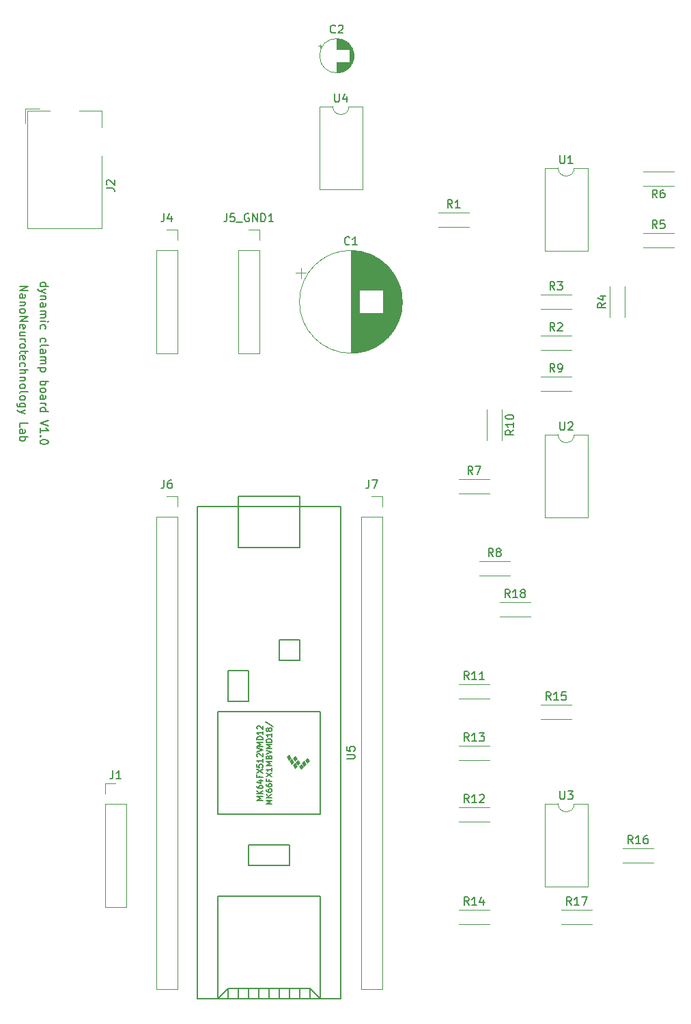
<source format=gbr>
%TF.GenerationSoftware,KiCad,Pcbnew,(5.1.10)-1*%
%TF.CreationDate,2021-10-06T15:46:29-04:00*%
%TF.ProjectId,dynamic clamp pcb,64796e61-6d69-4632-9063-6c616d702070,rev?*%
%TF.SameCoordinates,Original*%
%TF.FileFunction,Legend,Top*%
%TF.FilePolarity,Positive*%
%FSLAX46Y46*%
G04 Gerber Fmt 4.6, Leading zero omitted, Abs format (unit mm)*
G04 Created by KiCad (PCBNEW (5.1.10)-1) date 2021-10-06 15:46:29*
%MOMM*%
%LPD*%
G01*
G04 APERTURE LIST*
%ADD10C,0.150000*%
%ADD11C,0.120000*%
%ADD12C,0.100000*%
G04 APERTURE END LIST*
D10*
X42727619Y-56492380D02*
X43727619Y-56492380D01*
X42727619Y-57063809D01*
X43727619Y-57063809D01*
X42727619Y-57968571D02*
X43251428Y-57968571D01*
X43346666Y-57920952D01*
X43394285Y-57825714D01*
X43394285Y-57635238D01*
X43346666Y-57540000D01*
X42775238Y-57968571D02*
X42727619Y-57873333D01*
X42727619Y-57635238D01*
X42775238Y-57540000D01*
X42870476Y-57492380D01*
X42965714Y-57492380D01*
X43060952Y-57540000D01*
X43108571Y-57635238D01*
X43108571Y-57873333D01*
X43156190Y-57968571D01*
X43394285Y-58444761D02*
X42727619Y-58444761D01*
X43299047Y-58444761D02*
X43346666Y-58492380D01*
X43394285Y-58587619D01*
X43394285Y-58730476D01*
X43346666Y-58825714D01*
X43251428Y-58873333D01*
X42727619Y-58873333D01*
X42727619Y-59492380D02*
X42775238Y-59397142D01*
X42822857Y-59349523D01*
X42918095Y-59301904D01*
X43203809Y-59301904D01*
X43299047Y-59349523D01*
X43346666Y-59397142D01*
X43394285Y-59492380D01*
X43394285Y-59635238D01*
X43346666Y-59730476D01*
X43299047Y-59778095D01*
X43203809Y-59825714D01*
X42918095Y-59825714D01*
X42822857Y-59778095D01*
X42775238Y-59730476D01*
X42727619Y-59635238D01*
X42727619Y-59492380D01*
X42727619Y-60254285D02*
X43727619Y-60254285D01*
X42727619Y-60825714D01*
X43727619Y-60825714D01*
X42775238Y-61682857D02*
X42727619Y-61587619D01*
X42727619Y-61397142D01*
X42775238Y-61301904D01*
X42870476Y-61254285D01*
X43251428Y-61254285D01*
X43346666Y-61301904D01*
X43394285Y-61397142D01*
X43394285Y-61587619D01*
X43346666Y-61682857D01*
X43251428Y-61730476D01*
X43156190Y-61730476D01*
X43060952Y-61254285D01*
X43394285Y-62587619D02*
X42727619Y-62587619D01*
X43394285Y-62159047D02*
X42870476Y-62159047D01*
X42775238Y-62206666D01*
X42727619Y-62301904D01*
X42727619Y-62444761D01*
X42775238Y-62540000D01*
X42822857Y-62587619D01*
X42727619Y-63063809D02*
X43394285Y-63063809D01*
X43203809Y-63063809D02*
X43299047Y-63111428D01*
X43346666Y-63159047D01*
X43394285Y-63254285D01*
X43394285Y-63349523D01*
X42727619Y-63825714D02*
X42775238Y-63730476D01*
X42822857Y-63682857D01*
X42918095Y-63635238D01*
X43203809Y-63635238D01*
X43299047Y-63682857D01*
X43346666Y-63730476D01*
X43394285Y-63825714D01*
X43394285Y-63968571D01*
X43346666Y-64063809D01*
X43299047Y-64111428D01*
X43203809Y-64159047D01*
X42918095Y-64159047D01*
X42822857Y-64111428D01*
X42775238Y-64063809D01*
X42727619Y-63968571D01*
X42727619Y-63825714D01*
X43394285Y-64444761D02*
X43394285Y-64825714D01*
X43727619Y-64587619D02*
X42870476Y-64587619D01*
X42775238Y-64635238D01*
X42727619Y-64730476D01*
X42727619Y-64825714D01*
X42775238Y-65540000D02*
X42727619Y-65444761D01*
X42727619Y-65254285D01*
X42775238Y-65159047D01*
X42870476Y-65111428D01*
X43251428Y-65111428D01*
X43346666Y-65159047D01*
X43394285Y-65254285D01*
X43394285Y-65444761D01*
X43346666Y-65540000D01*
X43251428Y-65587619D01*
X43156190Y-65587619D01*
X43060952Y-65111428D01*
X42775238Y-66444761D02*
X42727619Y-66349523D01*
X42727619Y-66159047D01*
X42775238Y-66063809D01*
X42822857Y-66016190D01*
X42918095Y-65968571D01*
X43203809Y-65968571D01*
X43299047Y-66016190D01*
X43346666Y-66063809D01*
X43394285Y-66159047D01*
X43394285Y-66349523D01*
X43346666Y-66444761D01*
X42727619Y-66873333D02*
X43727619Y-66873333D01*
X42727619Y-67301904D02*
X43251428Y-67301904D01*
X43346666Y-67254285D01*
X43394285Y-67159047D01*
X43394285Y-67016190D01*
X43346666Y-66920952D01*
X43299047Y-66873333D01*
X43394285Y-67778095D02*
X42727619Y-67778095D01*
X43299047Y-67778095D02*
X43346666Y-67825714D01*
X43394285Y-67920952D01*
X43394285Y-68063809D01*
X43346666Y-68159047D01*
X43251428Y-68206666D01*
X42727619Y-68206666D01*
X42727619Y-68825714D02*
X42775238Y-68730476D01*
X42822857Y-68682857D01*
X42918095Y-68635238D01*
X43203809Y-68635238D01*
X43299047Y-68682857D01*
X43346666Y-68730476D01*
X43394285Y-68825714D01*
X43394285Y-68968571D01*
X43346666Y-69063809D01*
X43299047Y-69111428D01*
X43203809Y-69159047D01*
X42918095Y-69159047D01*
X42822857Y-69111428D01*
X42775238Y-69063809D01*
X42727619Y-68968571D01*
X42727619Y-68825714D01*
X42727619Y-69730476D02*
X42775238Y-69635238D01*
X42870476Y-69587619D01*
X43727619Y-69587619D01*
X42727619Y-70254285D02*
X42775238Y-70159047D01*
X42822857Y-70111428D01*
X42918095Y-70063809D01*
X43203809Y-70063809D01*
X43299047Y-70111428D01*
X43346666Y-70159047D01*
X43394285Y-70254285D01*
X43394285Y-70397142D01*
X43346666Y-70492380D01*
X43299047Y-70540000D01*
X43203809Y-70587619D01*
X42918095Y-70587619D01*
X42822857Y-70540000D01*
X42775238Y-70492380D01*
X42727619Y-70397142D01*
X42727619Y-70254285D01*
X43394285Y-71444761D02*
X42584761Y-71444761D01*
X42489523Y-71397142D01*
X42441904Y-71349523D01*
X42394285Y-71254285D01*
X42394285Y-71111428D01*
X42441904Y-71016190D01*
X42775238Y-71444761D02*
X42727619Y-71349523D01*
X42727619Y-71159047D01*
X42775238Y-71063809D01*
X42822857Y-71016190D01*
X42918095Y-70968571D01*
X43203809Y-70968571D01*
X43299047Y-71016190D01*
X43346666Y-71063809D01*
X43394285Y-71159047D01*
X43394285Y-71349523D01*
X43346666Y-71444761D01*
X43394285Y-71825714D02*
X42727619Y-72063809D01*
X43394285Y-72301904D02*
X42727619Y-72063809D01*
X42489523Y-71968571D01*
X42441904Y-71920952D01*
X42394285Y-71825714D01*
X42727619Y-73920952D02*
X42727619Y-73444761D01*
X43727619Y-73444761D01*
X42727619Y-74682857D02*
X43251428Y-74682857D01*
X43346666Y-74635238D01*
X43394285Y-74540000D01*
X43394285Y-74349523D01*
X43346666Y-74254285D01*
X42775238Y-74682857D02*
X42727619Y-74587619D01*
X42727619Y-74349523D01*
X42775238Y-74254285D01*
X42870476Y-74206666D01*
X42965714Y-74206666D01*
X43060952Y-74254285D01*
X43108571Y-74349523D01*
X43108571Y-74587619D01*
X43156190Y-74682857D01*
X42727619Y-75159047D02*
X43727619Y-75159047D01*
X43346666Y-75159047D02*
X43394285Y-75254285D01*
X43394285Y-75444761D01*
X43346666Y-75540000D01*
X43299047Y-75587619D01*
X43203809Y-75635238D01*
X42918095Y-75635238D01*
X42822857Y-75587619D01*
X42775238Y-75540000D01*
X42727619Y-75444761D01*
X42727619Y-75254285D01*
X42775238Y-75159047D01*
X45267619Y-56492380D02*
X46267619Y-56492380D01*
X45315238Y-56492380D02*
X45267619Y-56397142D01*
X45267619Y-56206666D01*
X45315238Y-56111428D01*
X45362857Y-56063809D01*
X45458095Y-56016190D01*
X45743809Y-56016190D01*
X45839047Y-56063809D01*
X45886666Y-56111428D01*
X45934285Y-56206666D01*
X45934285Y-56397142D01*
X45886666Y-56492380D01*
X45934285Y-56873333D02*
X45267619Y-57111428D01*
X45934285Y-57349523D02*
X45267619Y-57111428D01*
X45029523Y-57016190D01*
X44981904Y-56968571D01*
X44934285Y-56873333D01*
X45934285Y-57730476D02*
X45267619Y-57730476D01*
X45839047Y-57730476D02*
X45886666Y-57778095D01*
X45934285Y-57873333D01*
X45934285Y-58016190D01*
X45886666Y-58111428D01*
X45791428Y-58159047D01*
X45267619Y-58159047D01*
X45267619Y-59063809D02*
X45791428Y-59063809D01*
X45886666Y-59016190D01*
X45934285Y-58920952D01*
X45934285Y-58730476D01*
X45886666Y-58635238D01*
X45315238Y-59063809D02*
X45267619Y-58968571D01*
X45267619Y-58730476D01*
X45315238Y-58635238D01*
X45410476Y-58587619D01*
X45505714Y-58587619D01*
X45600952Y-58635238D01*
X45648571Y-58730476D01*
X45648571Y-58968571D01*
X45696190Y-59063809D01*
X45267619Y-59540000D02*
X45934285Y-59540000D01*
X45839047Y-59540000D02*
X45886666Y-59587619D01*
X45934285Y-59682857D01*
X45934285Y-59825714D01*
X45886666Y-59920952D01*
X45791428Y-59968571D01*
X45267619Y-59968571D01*
X45791428Y-59968571D02*
X45886666Y-60016190D01*
X45934285Y-60111428D01*
X45934285Y-60254285D01*
X45886666Y-60349523D01*
X45791428Y-60397142D01*
X45267619Y-60397142D01*
X45267619Y-60873333D02*
X45934285Y-60873333D01*
X46267619Y-60873333D02*
X46220000Y-60825714D01*
X46172380Y-60873333D01*
X46220000Y-60920952D01*
X46267619Y-60873333D01*
X46172380Y-60873333D01*
X45315238Y-61778095D02*
X45267619Y-61682857D01*
X45267619Y-61492380D01*
X45315238Y-61397142D01*
X45362857Y-61349523D01*
X45458095Y-61301904D01*
X45743809Y-61301904D01*
X45839047Y-61349523D01*
X45886666Y-61397142D01*
X45934285Y-61492380D01*
X45934285Y-61682857D01*
X45886666Y-61778095D01*
X45315238Y-63397142D02*
X45267619Y-63301904D01*
X45267619Y-63111428D01*
X45315238Y-63016190D01*
X45362857Y-62968571D01*
X45458095Y-62920952D01*
X45743809Y-62920952D01*
X45839047Y-62968571D01*
X45886666Y-63016190D01*
X45934285Y-63111428D01*
X45934285Y-63301904D01*
X45886666Y-63397142D01*
X45267619Y-63968571D02*
X45315238Y-63873333D01*
X45410476Y-63825714D01*
X46267619Y-63825714D01*
X45267619Y-64778095D02*
X45791428Y-64778095D01*
X45886666Y-64730476D01*
X45934285Y-64635238D01*
X45934285Y-64444761D01*
X45886666Y-64349523D01*
X45315238Y-64778095D02*
X45267619Y-64682857D01*
X45267619Y-64444761D01*
X45315238Y-64349523D01*
X45410476Y-64301904D01*
X45505714Y-64301904D01*
X45600952Y-64349523D01*
X45648571Y-64444761D01*
X45648571Y-64682857D01*
X45696190Y-64778095D01*
X45267619Y-65254285D02*
X45934285Y-65254285D01*
X45839047Y-65254285D02*
X45886666Y-65301904D01*
X45934285Y-65397142D01*
X45934285Y-65540000D01*
X45886666Y-65635238D01*
X45791428Y-65682857D01*
X45267619Y-65682857D01*
X45791428Y-65682857D02*
X45886666Y-65730476D01*
X45934285Y-65825714D01*
X45934285Y-65968571D01*
X45886666Y-66063809D01*
X45791428Y-66111428D01*
X45267619Y-66111428D01*
X45934285Y-66587619D02*
X44934285Y-66587619D01*
X45886666Y-66587619D02*
X45934285Y-66682857D01*
X45934285Y-66873333D01*
X45886666Y-66968571D01*
X45839047Y-67016190D01*
X45743809Y-67063809D01*
X45458095Y-67063809D01*
X45362857Y-67016190D01*
X45315238Y-66968571D01*
X45267619Y-66873333D01*
X45267619Y-66682857D01*
X45315238Y-66587619D01*
X45267619Y-68254285D02*
X46267619Y-68254285D01*
X45886666Y-68254285D02*
X45934285Y-68349523D01*
X45934285Y-68540000D01*
X45886666Y-68635238D01*
X45839047Y-68682857D01*
X45743809Y-68730476D01*
X45458095Y-68730476D01*
X45362857Y-68682857D01*
X45315238Y-68635238D01*
X45267619Y-68540000D01*
X45267619Y-68349523D01*
X45315238Y-68254285D01*
X45267619Y-69301904D02*
X45315238Y-69206666D01*
X45362857Y-69159047D01*
X45458095Y-69111428D01*
X45743809Y-69111428D01*
X45839047Y-69159047D01*
X45886666Y-69206666D01*
X45934285Y-69301904D01*
X45934285Y-69444761D01*
X45886666Y-69540000D01*
X45839047Y-69587619D01*
X45743809Y-69635238D01*
X45458095Y-69635238D01*
X45362857Y-69587619D01*
X45315238Y-69540000D01*
X45267619Y-69444761D01*
X45267619Y-69301904D01*
X45267619Y-70492380D02*
X45791428Y-70492380D01*
X45886666Y-70444761D01*
X45934285Y-70349523D01*
X45934285Y-70159047D01*
X45886666Y-70063809D01*
X45315238Y-70492380D02*
X45267619Y-70397142D01*
X45267619Y-70159047D01*
X45315238Y-70063809D01*
X45410476Y-70016190D01*
X45505714Y-70016190D01*
X45600952Y-70063809D01*
X45648571Y-70159047D01*
X45648571Y-70397142D01*
X45696190Y-70492380D01*
X45267619Y-70968571D02*
X45934285Y-70968571D01*
X45743809Y-70968571D02*
X45839047Y-71016190D01*
X45886666Y-71063809D01*
X45934285Y-71159047D01*
X45934285Y-71254285D01*
X45267619Y-72016190D02*
X46267619Y-72016190D01*
X45315238Y-72016190D02*
X45267619Y-71920952D01*
X45267619Y-71730476D01*
X45315238Y-71635238D01*
X45362857Y-71587619D01*
X45458095Y-71540000D01*
X45743809Y-71540000D01*
X45839047Y-71587619D01*
X45886666Y-71635238D01*
X45934285Y-71730476D01*
X45934285Y-71920952D01*
X45886666Y-72016190D01*
X46267619Y-73111428D02*
X45267619Y-73444761D01*
X46267619Y-73778095D01*
X45267619Y-74635238D02*
X45267619Y-74063809D01*
X45267619Y-74349523D02*
X46267619Y-74349523D01*
X46124761Y-74254285D01*
X46029523Y-74159047D01*
X45981904Y-74063809D01*
X45362857Y-75063809D02*
X45315238Y-75111428D01*
X45267619Y-75063809D01*
X45315238Y-75016190D01*
X45362857Y-75063809D01*
X45267619Y-75063809D01*
X46267619Y-75730476D02*
X46267619Y-75825714D01*
X46220000Y-75920952D01*
X46172380Y-75968571D01*
X46077142Y-76016190D01*
X45886666Y-76063809D01*
X45648571Y-76063809D01*
X45458095Y-76016190D01*
X45362857Y-75968571D01*
X45315238Y-75920952D01*
X45267619Y-75825714D01*
X45267619Y-75730476D01*
X45315238Y-75635238D01*
X45362857Y-75587619D01*
X45458095Y-75540000D01*
X45648571Y-75492380D01*
X45886666Y-75492380D01*
X46077142Y-75540000D01*
X46172380Y-75587619D01*
X46220000Y-75635238D01*
X46267619Y-75730476D01*
D11*
%TO.C,J2*%
X43420000Y-34520000D02*
X45160000Y-34520000D01*
X43420000Y-36260000D02*
X43420000Y-34520000D01*
X52860000Y-34760000D02*
X52860000Y-36760000D01*
X50060000Y-34760000D02*
X52860000Y-34760000D01*
X43660000Y-34760000D02*
X46460000Y-34760000D01*
X43660000Y-49360000D02*
X43660000Y-34760000D01*
X52860000Y-49360000D02*
X43660000Y-49360000D01*
X52860000Y-40360000D02*
X52860000Y-49360000D01*
%TO.C,C1*%
X77587918Y-54220000D02*
X77587918Y-55470000D01*
X76962918Y-54845000D02*
X78212918Y-54845000D01*
X90141000Y-58103000D02*
X90141000Y-58737000D01*
X90101000Y-57663000D02*
X90101000Y-59177000D01*
X90061000Y-57392000D02*
X90061000Y-59448000D01*
X90021000Y-57179000D02*
X90021000Y-59661000D01*
X89981000Y-56998000D02*
X89981000Y-59842000D01*
X89941000Y-56837000D02*
X89941000Y-60003000D01*
X89901000Y-56692000D02*
X89901000Y-60148000D01*
X89861000Y-56559000D02*
X89861000Y-60281000D01*
X89821000Y-56436000D02*
X89821000Y-60404000D01*
X89781000Y-56320000D02*
X89781000Y-60520000D01*
X89741000Y-56211000D02*
X89741000Y-60629000D01*
X89701000Y-56108000D02*
X89701000Y-60732000D01*
X89661000Y-56010000D02*
X89661000Y-60830000D01*
X89621000Y-55916000D02*
X89621000Y-60924000D01*
X89581000Y-55826000D02*
X89581000Y-61014000D01*
X89541000Y-55739000D02*
X89541000Y-61101000D01*
X89501000Y-55656000D02*
X89501000Y-61184000D01*
X89461000Y-55576000D02*
X89461000Y-61264000D01*
X89421000Y-55499000D02*
X89421000Y-61341000D01*
X89381000Y-55424000D02*
X89381000Y-61416000D01*
X89341000Y-55351000D02*
X89341000Y-61489000D01*
X89301000Y-55280000D02*
X89301000Y-61560000D01*
X89261000Y-55212000D02*
X89261000Y-61628000D01*
X89221000Y-55145000D02*
X89221000Y-61695000D01*
X89181000Y-55081000D02*
X89181000Y-61759000D01*
X89141000Y-55018000D02*
X89141000Y-61822000D01*
X89101000Y-54956000D02*
X89101000Y-61884000D01*
X89061000Y-54896000D02*
X89061000Y-61944000D01*
X89021000Y-54837000D02*
X89021000Y-62003000D01*
X88981000Y-54780000D02*
X88981000Y-62060000D01*
X88941000Y-54724000D02*
X88941000Y-62116000D01*
X88901000Y-54670000D02*
X88901000Y-62170000D01*
X88861000Y-54616000D02*
X88861000Y-62224000D01*
X88821000Y-54564000D02*
X88821000Y-62276000D01*
X88781000Y-54513000D02*
X88781000Y-62327000D01*
X88741000Y-54463000D02*
X88741000Y-62377000D01*
X88701000Y-54413000D02*
X88701000Y-62427000D01*
X88661000Y-54365000D02*
X88661000Y-62475000D01*
X88621000Y-54318000D02*
X88621000Y-62522000D01*
X88581000Y-54272000D02*
X88581000Y-62568000D01*
X88541000Y-54226000D02*
X88541000Y-62614000D01*
X88501000Y-54182000D02*
X88501000Y-62658000D01*
X88461000Y-54138000D02*
X88461000Y-62702000D01*
X88421000Y-54095000D02*
X88421000Y-62745000D01*
X88381000Y-54053000D02*
X88381000Y-62787000D01*
X88341000Y-54012000D02*
X88341000Y-62828000D01*
X88301000Y-53971000D02*
X88301000Y-62869000D01*
X88261000Y-53931000D02*
X88261000Y-62909000D01*
X88221000Y-53892000D02*
X88221000Y-62948000D01*
X88181000Y-53853000D02*
X88181000Y-62987000D01*
X88141000Y-53815000D02*
X88141000Y-63025000D01*
X88101000Y-53778000D02*
X88101000Y-63062000D01*
X88061000Y-53742000D02*
X88061000Y-63098000D01*
X88021000Y-53706000D02*
X88021000Y-63134000D01*
X87981000Y-53670000D02*
X87981000Y-63170000D01*
X87941000Y-53635000D02*
X87941000Y-63205000D01*
X87901000Y-53601000D02*
X87901000Y-63239000D01*
X87861000Y-53568000D02*
X87861000Y-63272000D01*
X87821000Y-53535000D02*
X87821000Y-63305000D01*
X87781000Y-53502000D02*
X87781000Y-63338000D01*
X87741000Y-53470000D02*
X87741000Y-63370000D01*
X87701000Y-59860000D02*
X87701000Y-63402000D01*
X87701000Y-53438000D02*
X87701000Y-56980000D01*
X87661000Y-59860000D02*
X87661000Y-63432000D01*
X87661000Y-53408000D02*
X87661000Y-56980000D01*
X87621000Y-59860000D02*
X87621000Y-63463000D01*
X87621000Y-53377000D02*
X87621000Y-56980000D01*
X87581000Y-59860000D02*
X87581000Y-63493000D01*
X87581000Y-53347000D02*
X87581000Y-56980000D01*
X87541000Y-59860000D02*
X87541000Y-63522000D01*
X87541000Y-53318000D02*
X87541000Y-56980000D01*
X87501000Y-59860000D02*
X87501000Y-63551000D01*
X87501000Y-53289000D02*
X87501000Y-56980000D01*
X87461000Y-59860000D02*
X87461000Y-63580000D01*
X87461000Y-53260000D02*
X87461000Y-56980000D01*
X87421000Y-59860000D02*
X87421000Y-63608000D01*
X87421000Y-53232000D02*
X87421000Y-56980000D01*
X87381000Y-59860000D02*
X87381000Y-63636000D01*
X87381000Y-53204000D02*
X87381000Y-56980000D01*
X87341000Y-59860000D02*
X87341000Y-63663000D01*
X87341000Y-53177000D02*
X87341000Y-56980000D01*
X87301000Y-59860000D02*
X87301000Y-63690000D01*
X87301000Y-53150000D02*
X87301000Y-56980000D01*
X87261000Y-59860000D02*
X87261000Y-63716000D01*
X87261000Y-53124000D02*
X87261000Y-56980000D01*
X87221000Y-59860000D02*
X87221000Y-63742000D01*
X87221000Y-53098000D02*
X87221000Y-56980000D01*
X87181000Y-59860000D02*
X87181000Y-63767000D01*
X87181000Y-53073000D02*
X87181000Y-56980000D01*
X87141000Y-59860000D02*
X87141000Y-63792000D01*
X87141000Y-53048000D02*
X87141000Y-56980000D01*
X87101000Y-59860000D02*
X87101000Y-63817000D01*
X87101000Y-53023000D02*
X87101000Y-56980000D01*
X87061000Y-59860000D02*
X87061000Y-63841000D01*
X87061000Y-52999000D02*
X87061000Y-56980000D01*
X87021000Y-59860000D02*
X87021000Y-63865000D01*
X87021000Y-52975000D02*
X87021000Y-56980000D01*
X86981000Y-59860000D02*
X86981000Y-63888000D01*
X86981000Y-52952000D02*
X86981000Y-56980000D01*
X86941000Y-59860000D02*
X86941000Y-63911000D01*
X86941000Y-52929000D02*
X86941000Y-56980000D01*
X86901000Y-59860000D02*
X86901000Y-63934000D01*
X86901000Y-52906000D02*
X86901000Y-56980000D01*
X86861000Y-59860000D02*
X86861000Y-63956000D01*
X86861000Y-52884000D02*
X86861000Y-56980000D01*
X86821000Y-59860000D02*
X86821000Y-63978000D01*
X86821000Y-52862000D02*
X86821000Y-56980000D01*
X86781000Y-59860000D02*
X86781000Y-64000000D01*
X86781000Y-52840000D02*
X86781000Y-56980000D01*
X86741000Y-59860000D02*
X86741000Y-64021000D01*
X86741000Y-52819000D02*
X86741000Y-56980000D01*
X86701000Y-59860000D02*
X86701000Y-64042000D01*
X86701000Y-52798000D02*
X86701000Y-56980000D01*
X86661000Y-59860000D02*
X86661000Y-64062000D01*
X86661000Y-52778000D02*
X86661000Y-56980000D01*
X86621000Y-59860000D02*
X86621000Y-64082000D01*
X86621000Y-52758000D02*
X86621000Y-56980000D01*
X86581000Y-59860000D02*
X86581000Y-64102000D01*
X86581000Y-52738000D02*
X86581000Y-56980000D01*
X86541000Y-59860000D02*
X86541000Y-64122000D01*
X86541000Y-52718000D02*
X86541000Y-56980000D01*
X86501000Y-59860000D02*
X86501000Y-64141000D01*
X86501000Y-52699000D02*
X86501000Y-56980000D01*
X86461000Y-59860000D02*
X86461000Y-64159000D01*
X86461000Y-52681000D02*
X86461000Y-56980000D01*
X86421000Y-59860000D02*
X86421000Y-64178000D01*
X86421000Y-52662000D02*
X86421000Y-56980000D01*
X86381000Y-59860000D02*
X86381000Y-64196000D01*
X86381000Y-52644000D02*
X86381000Y-56980000D01*
X86341000Y-59860000D02*
X86341000Y-64213000D01*
X86341000Y-52627000D02*
X86341000Y-56980000D01*
X86301000Y-59860000D02*
X86301000Y-64231000D01*
X86301000Y-52609000D02*
X86301000Y-56980000D01*
X86261000Y-59860000D02*
X86261000Y-64248000D01*
X86261000Y-52592000D02*
X86261000Y-56980000D01*
X86221000Y-59860000D02*
X86221000Y-64265000D01*
X86221000Y-52575000D02*
X86221000Y-56980000D01*
X86181000Y-59860000D02*
X86181000Y-64281000D01*
X86181000Y-52559000D02*
X86181000Y-56980000D01*
X86141000Y-59860000D02*
X86141000Y-64297000D01*
X86141000Y-52543000D02*
X86141000Y-56980000D01*
X86101000Y-59860000D02*
X86101000Y-64313000D01*
X86101000Y-52527000D02*
X86101000Y-56980000D01*
X86061000Y-59860000D02*
X86061000Y-64328000D01*
X86061000Y-52512000D02*
X86061000Y-56980000D01*
X86021000Y-59860000D02*
X86021000Y-64344000D01*
X86021000Y-52496000D02*
X86021000Y-56980000D01*
X85981000Y-59860000D02*
X85981000Y-64359000D01*
X85981000Y-52481000D02*
X85981000Y-56980000D01*
X85941000Y-59860000D02*
X85941000Y-64373000D01*
X85941000Y-52467000D02*
X85941000Y-56980000D01*
X85901000Y-59860000D02*
X85901000Y-64387000D01*
X85901000Y-52453000D02*
X85901000Y-56980000D01*
X85861000Y-59860000D02*
X85861000Y-64401000D01*
X85861000Y-52439000D02*
X85861000Y-56980000D01*
X85821000Y-59860000D02*
X85821000Y-64415000D01*
X85821000Y-52425000D02*
X85821000Y-56980000D01*
X85781000Y-59860000D02*
X85781000Y-64428000D01*
X85781000Y-52412000D02*
X85781000Y-56980000D01*
X85741000Y-59860000D02*
X85741000Y-64441000D01*
X85741000Y-52399000D02*
X85741000Y-56980000D01*
X85701000Y-59860000D02*
X85701000Y-64454000D01*
X85701000Y-52386000D02*
X85701000Y-56980000D01*
X85661000Y-59860000D02*
X85661000Y-64467000D01*
X85661000Y-52373000D02*
X85661000Y-56980000D01*
X85621000Y-59860000D02*
X85621000Y-64479000D01*
X85621000Y-52361000D02*
X85621000Y-56980000D01*
X85581000Y-59860000D02*
X85581000Y-64491000D01*
X85581000Y-52349000D02*
X85581000Y-56980000D01*
X85541000Y-59860000D02*
X85541000Y-64503000D01*
X85541000Y-52337000D02*
X85541000Y-56980000D01*
X85501000Y-59860000D02*
X85501000Y-64514000D01*
X85501000Y-52326000D02*
X85501000Y-56980000D01*
X85461000Y-59860000D02*
X85461000Y-64525000D01*
X85461000Y-52315000D02*
X85461000Y-56980000D01*
X85421000Y-59860000D02*
X85421000Y-64536000D01*
X85421000Y-52304000D02*
X85421000Y-56980000D01*
X85381000Y-59860000D02*
X85381000Y-64546000D01*
X85381000Y-52294000D02*
X85381000Y-56980000D01*
X85341000Y-59860000D02*
X85341000Y-64557000D01*
X85341000Y-52283000D02*
X85341000Y-56980000D01*
X85301000Y-59860000D02*
X85301000Y-64566000D01*
X85301000Y-52274000D02*
X85301000Y-56980000D01*
X85261000Y-59860000D02*
X85261000Y-64576000D01*
X85261000Y-52264000D02*
X85261000Y-56980000D01*
X85221000Y-59860000D02*
X85221000Y-64586000D01*
X85221000Y-52254000D02*
X85221000Y-56980000D01*
X85181000Y-59860000D02*
X85181000Y-64595000D01*
X85181000Y-52245000D02*
X85181000Y-56980000D01*
X85141000Y-59860000D02*
X85141000Y-64604000D01*
X85141000Y-52236000D02*
X85141000Y-56980000D01*
X85101000Y-59860000D02*
X85101000Y-64612000D01*
X85101000Y-52228000D02*
X85101000Y-56980000D01*
X85061000Y-59860000D02*
X85061000Y-64621000D01*
X85061000Y-52219000D02*
X85061000Y-56980000D01*
X85021000Y-59860000D02*
X85021000Y-64629000D01*
X85021000Y-52211000D02*
X85021000Y-56980000D01*
X84981000Y-59860000D02*
X84981000Y-64636000D01*
X84981000Y-52204000D02*
X84981000Y-56980000D01*
X84941000Y-59860000D02*
X84941000Y-64644000D01*
X84941000Y-52196000D02*
X84941000Y-56980000D01*
X84901000Y-59860000D02*
X84901000Y-64651000D01*
X84901000Y-52189000D02*
X84901000Y-56980000D01*
X84861000Y-59860000D02*
X84861000Y-64658000D01*
X84861000Y-52182000D02*
X84861000Y-56980000D01*
X84821000Y-52175000D02*
X84821000Y-64665000D01*
X84781000Y-52168000D02*
X84781000Y-64672000D01*
X84741000Y-52162000D02*
X84741000Y-64678000D01*
X84701000Y-52156000D02*
X84701000Y-64684000D01*
X84661000Y-52151000D02*
X84661000Y-64689000D01*
X84621000Y-52145000D02*
X84621000Y-64695000D01*
X84581000Y-52140000D02*
X84581000Y-64700000D01*
X84541000Y-52135000D02*
X84541000Y-64705000D01*
X84501000Y-52130000D02*
X84501000Y-64710000D01*
X84460000Y-52126000D02*
X84460000Y-64714000D01*
X84420000Y-52122000D02*
X84420000Y-64718000D01*
X84380000Y-52118000D02*
X84380000Y-64722000D01*
X84340000Y-52114000D02*
X84340000Y-64726000D01*
X84300000Y-52111000D02*
X84300000Y-64729000D01*
X84260000Y-52108000D02*
X84260000Y-64732000D01*
X84220000Y-52105000D02*
X84220000Y-64735000D01*
X84180000Y-52102000D02*
X84180000Y-64738000D01*
X84140000Y-52100000D02*
X84140000Y-64740000D01*
X84100000Y-52098000D02*
X84100000Y-64742000D01*
X84060000Y-52096000D02*
X84060000Y-64744000D01*
X84020000Y-52094000D02*
X84020000Y-64746000D01*
X83980000Y-52093000D02*
X83980000Y-64747000D01*
X83940000Y-52092000D02*
X83940000Y-64748000D01*
X83900000Y-52091000D02*
X83900000Y-64749000D01*
X83860000Y-52090000D02*
X83860000Y-64750000D01*
X83820000Y-52090000D02*
X83820000Y-64750000D01*
X83780000Y-52090000D02*
X83780000Y-64750000D01*
X90150000Y-58420000D02*
G75*
G03*
X90150000Y-58420000I-6370000J0D01*
G01*
%TO.C,C2*%
X79960199Y-26545000D02*
X79960199Y-26945000D01*
X79760199Y-26745000D02*
X80160199Y-26745000D01*
X84111000Y-27570000D02*
X84111000Y-28310000D01*
X84071000Y-27403000D02*
X84071000Y-28477000D01*
X84031000Y-27276000D02*
X84031000Y-28604000D01*
X83991000Y-27172000D02*
X83991000Y-28708000D01*
X83951000Y-27081000D02*
X83951000Y-28799000D01*
X83911000Y-27000000D02*
X83911000Y-28880000D01*
X83871000Y-26927000D02*
X83871000Y-28953000D01*
X83831000Y-26860000D02*
X83831000Y-29020000D01*
X83791000Y-26798000D02*
X83791000Y-29082000D01*
X83751000Y-26740000D02*
X83751000Y-29140000D01*
X83711000Y-26686000D02*
X83711000Y-29194000D01*
X83671000Y-26636000D02*
X83671000Y-29244000D01*
X83631000Y-26589000D02*
X83631000Y-29291000D01*
X83591000Y-28780000D02*
X83591000Y-29336000D01*
X83591000Y-26544000D02*
X83591000Y-27100000D01*
X83551000Y-28780000D02*
X83551000Y-29378000D01*
X83551000Y-26502000D02*
X83551000Y-27100000D01*
X83511000Y-28780000D02*
X83511000Y-29418000D01*
X83511000Y-26462000D02*
X83511000Y-27100000D01*
X83471000Y-28780000D02*
X83471000Y-29456000D01*
X83471000Y-26424000D02*
X83471000Y-27100000D01*
X83431000Y-28780000D02*
X83431000Y-29492000D01*
X83431000Y-26388000D02*
X83431000Y-27100000D01*
X83391000Y-28780000D02*
X83391000Y-29527000D01*
X83391000Y-26353000D02*
X83391000Y-27100000D01*
X83351000Y-28780000D02*
X83351000Y-29559000D01*
X83351000Y-26321000D02*
X83351000Y-27100000D01*
X83311000Y-28780000D02*
X83311000Y-29590000D01*
X83311000Y-26290000D02*
X83311000Y-27100000D01*
X83271000Y-28780000D02*
X83271000Y-29620000D01*
X83271000Y-26260000D02*
X83271000Y-27100000D01*
X83231000Y-28780000D02*
X83231000Y-29648000D01*
X83231000Y-26232000D02*
X83231000Y-27100000D01*
X83191000Y-28780000D02*
X83191000Y-29675000D01*
X83191000Y-26205000D02*
X83191000Y-27100000D01*
X83151000Y-28780000D02*
X83151000Y-29700000D01*
X83151000Y-26180000D02*
X83151000Y-27100000D01*
X83111000Y-28780000D02*
X83111000Y-29725000D01*
X83111000Y-26155000D02*
X83111000Y-27100000D01*
X83071000Y-28780000D02*
X83071000Y-29748000D01*
X83071000Y-26132000D02*
X83071000Y-27100000D01*
X83031000Y-28780000D02*
X83031000Y-29770000D01*
X83031000Y-26110000D02*
X83031000Y-27100000D01*
X82991000Y-28780000D02*
X82991000Y-29791000D01*
X82991000Y-26089000D02*
X82991000Y-27100000D01*
X82951000Y-28780000D02*
X82951000Y-29810000D01*
X82951000Y-26070000D02*
X82951000Y-27100000D01*
X82911000Y-28780000D02*
X82911000Y-29829000D01*
X82911000Y-26051000D02*
X82911000Y-27100000D01*
X82871000Y-28780000D02*
X82871000Y-29847000D01*
X82871000Y-26033000D02*
X82871000Y-27100000D01*
X82831000Y-28780000D02*
X82831000Y-29864000D01*
X82831000Y-26016000D02*
X82831000Y-27100000D01*
X82791000Y-28780000D02*
X82791000Y-29880000D01*
X82791000Y-26000000D02*
X82791000Y-27100000D01*
X82751000Y-28780000D02*
X82751000Y-29894000D01*
X82751000Y-25986000D02*
X82751000Y-27100000D01*
X82710000Y-28780000D02*
X82710000Y-29908000D01*
X82710000Y-25972000D02*
X82710000Y-27100000D01*
X82670000Y-28780000D02*
X82670000Y-29922000D01*
X82670000Y-25958000D02*
X82670000Y-27100000D01*
X82630000Y-28780000D02*
X82630000Y-29934000D01*
X82630000Y-25946000D02*
X82630000Y-27100000D01*
X82590000Y-28780000D02*
X82590000Y-29945000D01*
X82590000Y-25935000D02*
X82590000Y-27100000D01*
X82550000Y-28780000D02*
X82550000Y-29956000D01*
X82550000Y-25924000D02*
X82550000Y-27100000D01*
X82510000Y-28780000D02*
X82510000Y-29965000D01*
X82510000Y-25915000D02*
X82510000Y-27100000D01*
X82470000Y-28780000D02*
X82470000Y-29974000D01*
X82470000Y-25906000D02*
X82470000Y-27100000D01*
X82430000Y-28780000D02*
X82430000Y-29982000D01*
X82430000Y-25898000D02*
X82430000Y-27100000D01*
X82390000Y-28780000D02*
X82390000Y-29990000D01*
X82390000Y-25890000D02*
X82390000Y-27100000D01*
X82350000Y-28780000D02*
X82350000Y-29996000D01*
X82350000Y-25884000D02*
X82350000Y-27100000D01*
X82310000Y-28780000D02*
X82310000Y-30002000D01*
X82310000Y-25878000D02*
X82310000Y-27100000D01*
X82270000Y-28780000D02*
X82270000Y-30007000D01*
X82270000Y-25873000D02*
X82270000Y-27100000D01*
X82230000Y-28780000D02*
X82230000Y-30011000D01*
X82230000Y-25869000D02*
X82230000Y-27100000D01*
X82190000Y-28780000D02*
X82190000Y-30014000D01*
X82190000Y-25866000D02*
X82190000Y-27100000D01*
X82150000Y-28780000D02*
X82150000Y-30017000D01*
X82150000Y-25863000D02*
X82150000Y-27100000D01*
X82110000Y-25861000D02*
X82110000Y-27100000D01*
X82110000Y-28780000D02*
X82110000Y-30019000D01*
X82070000Y-25860000D02*
X82070000Y-27100000D01*
X82070000Y-28780000D02*
X82070000Y-30020000D01*
X82030000Y-25860000D02*
X82030000Y-27100000D01*
X82030000Y-28780000D02*
X82030000Y-30020000D01*
X84150000Y-27940000D02*
G75*
G03*
X84150000Y-27940000I-2120000J0D01*
G01*
%TO.C,J1*%
X53280000Y-118050000D02*
X54610000Y-118050000D01*
X53280000Y-119380000D02*
X53280000Y-118050000D01*
X53280000Y-120650000D02*
X55940000Y-120650000D01*
X55940000Y-120650000D02*
X55940000Y-133410000D01*
X53280000Y-120650000D02*
X53280000Y-133410000D01*
X53280000Y-133410000D02*
X55940000Y-133410000D01*
%TO.C,J4*%
X60960000Y-49470000D02*
X62290000Y-49470000D01*
X62290000Y-49470000D02*
X62290000Y-50800000D01*
X62290000Y-52070000D02*
X62290000Y-64830000D01*
X59630000Y-64830000D02*
X62290000Y-64830000D01*
X59630000Y-52070000D02*
X59630000Y-64830000D01*
X59630000Y-52070000D02*
X62290000Y-52070000D01*
%TO.C,J6*%
X59630000Y-85090000D02*
X62290000Y-85090000D01*
X59630000Y-85090000D02*
X59630000Y-143570000D01*
X59630000Y-143570000D02*
X62290000Y-143570000D01*
X62290000Y-85090000D02*
X62290000Y-143570000D01*
X62290000Y-82490000D02*
X62290000Y-83820000D01*
X60960000Y-82490000D02*
X62290000Y-82490000D01*
%TO.C,J7*%
X86360000Y-82490000D02*
X87690000Y-82490000D01*
X87690000Y-82490000D02*
X87690000Y-83820000D01*
X87690000Y-85090000D02*
X87690000Y-143570000D01*
X85030000Y-143570000D02*
X87690000Y-143570000D01*
X85030000Y-85090000D02*
X85030000Y-143570000D01*
X85030000Y-85090000D02*
X87690000Y-85090000D01*
%TO.C,J5_GND1*%
X69790000Y-52070000D02*
X72450000Y-52070000D01*
X69790000Y-52070000D02*
X69790000Y-64830000D01*
X69790000Y-64830000D02*
X72450000Y-64830000D01*
X72450000Y-52070000D02*
X72450000Y-64830000D01*
X72450000Y-49470000D02*
X72450000Y-50800000D01*
X71120000Y-49470000D02*
X72450000Y-49470000D01*
%TO.C,R1*%
X94600000Y-47340000D02*
X98440000Y-47340000D01*
X94600000Y-49180000D02*
X98440000Y-49180000D01*
%TO.C,R2*%
X107300000Y-62580000D02*
X111140000Y-62580000D01*
X107300000Y-64420000D02*
X111140000Y-64420000D01*
%TO.C,R3*%
X107300000Y-59340000D02*
X111140000Y-59340000D01*
X107300000Y-57500000D02*
X111140000Y-57500000D01*
%TO.C,R4*%
X117760000Y-60340000D02*
X117760000Y-56500000D01*
X115920000Y-60340000D02*
X115920000Y-56500000D01*
%TO.C,R5*%
X120000000Y-49880000D02*
X123840000Y-49880000D01*
X120000000Y-51720000D02*
X123840000Y-51720000D01*
%TO.C,R6*%
X123840000Y-42260000D02*
X120000000Y-42260000D01*
X123840000Y-44100000D02*
X120000000Y-44100000D01*
%TO.C,R7*%
X97140000Y-82200000D02*
X100980000Y-82200000D01*
X97140000Y-80360000D02*
X100980000Y-80360000D01*
%TO.C,R8*%
X99680000Y-90520000D02*
X103520000Y-90520000D01*
X99680000Y-92360000D02*
X103520000Y-92360000D01*
%TO.C,R9*%
X107300000Y-69500000D02*
X111140000Y-69500000D01*
X107300000Y-67660000D02*
X111140000Y-67660000D01*
%TO.C,R10*%
X102520000Y-71740000D02*
X102520000Y-75580000D01*
X100680000Y-71740000D02*
X100680000Y-75580000D01*
%TO.C,R11*%
X97140000Y-107600000D02*
X100980000Y-107600000D01*
X97140000Y-105760000D02*
X100980000Y-105760000D01*
%TO.C,R12*%
X97140000Y-121000000D02*
X100980000Y-121000000D01*
X97140000Y-122840000D02*
X100980000Y-122840000D01*
%TO.C,R13*%
X97140000Y-115220000D02*
X100980000Y-115220000D01*
X97140000Y-113380000D02*
X100980000Y-113380000D01*
%TO.C,R14*%
X97140000Y-133700000D02*
X100980000Y-133700000D01*
X97140000Y-135540000D02*
X100980000Y-135540000D01*
%TO.C,R15*%
X107300000Y-110140000D02*
X111140000Y-110140000D01*
X107300000Y-108300000D02*
X111140000Y-108300000D01*
%TO.C,R16*%
X117460000Y-127920000D02*
X121300000Y-127920000D01*
X117460000Y-126080000D02*
X121300000Y-126080000D01*
%TO.C,R17*%
X109840000Y-133700000D02*
X113680000Y-133700000D01*
X109840000Y-135540000D02*
X113680000Y-135540000D01*
%TO.C,R18*%
X102220000Y-95600000D02*
X106060000Y-95600000D01*
X102220000Y-97440000D02*
X106060000Y-97440000D01*
%TO.C,U1*%
X113140000Y-41850000D02*
X111490000Y-41850000D01*
X113140000Y-52130000D02*
X113140000Y-41850000D01*
X107840000Y-52130000D02*
X113140000Y-52130000D01*
X107840000Y-41850000D02*
X107840000Y-52130000D01*
X109490000Y-41850000D02*
X107840000Y-41850000D01*
X111490000Y-41850000D02*
G75*
G02*
X109490000Y-41850000I-1000000J0D01*
G01*
%TO.C,U2*%
X113140000Y-74870000D02*
X111490000Y-74870000D01*
X113140000Y-85150000D02*
X113140000Y-74870000D01*
X107840000Y-85150000D02*
X113140000Y-85150000D01*
X107840000Y-74870000D02*
X107840000Y-85150000D01*
X109490000Y-74870000D02*
X107840000Y-74870000D01*
X111490000Y-74870000D02*
G75*
G02*
X109490000Y-74870000I-1000000J0D01*
G01*
%TO.C,U3*%
X111490000Y-120590000D02*
G75*
G02*
X109490000Y-120590000I-1000000J0D01*
G01*
X109490000Y-120590000D02*
X107840000Y-120590000D01*
X107840000Y-120590000D02*
X107840000Y-130870000D01*
X107840000Y-130870000D02*
X113140000Y-130870000D01*
X113140000Y-130870000D02*
X113140000Y-120590000D01*
X113140000Y-120590000D02*
X111490000Y-120590000D01*
%TO.C,U4*%
X83550000Y-34230000D02*
G75*
G02*
X81550000Y-34230000I-1000000J0D01*
G01*
X81550000Y-34230000D02*
X79900000Y-34230000D01*
X79900000Y-34230000D02*
X79900000Y-44510000D01*
X79900000Y-44510000D02*
X85200000Y-44510000D01*
X85200000Y-44510000D02*
X85200000Y-34230000D01*
X85200000Y-34230000D02*
X83550000Y-34230000D01*
D10*
%TO.C,U5*%
X77470000Y-100330000D02*
X74930000Y-100330000D01*
X74930000Y-100330000D02*
X74930000Y-102870000D01*
X74930000Y-102870000D02*
X77470000Y-102870000D01*
X77470000Y-102870000D02*
X77470000Y-100330000D01*
X68580000Y-107950000D02*
X68580000Y-104140000D01*
X68580000Y-104140000D02*
X71120000Y-104140000D01*
X71120000Y-104140000D02*
X71120000Y-107950000D01*
X71120000Y-107950000D02*
X68580000Y-107950000D01*
X67310000Y-121920000D02*
X80010000Y-121920000D01*
X80010000Y-109220000D02*
X67310000Y-109220000D01*
X67310000Y-109220000D02*
X67310000Y-121920000D01*
X80010000Y-109220000D02*
X80010000Y-121920000D01*
X68580000Y-143510000D02*
X68580000Y-144780000D01*
X69850000Y-143510000D02*
X69850000Y-144780000D01*
X71120000Y-143510000D02*
X71120000Y-144780000D01*
X72390000Y-143510000D02*
X72390000Y-144780000D01*
X73660000Y-143510000D02*
X73660000Y-144780000D01*
X74930000Y-143510000D02*
X74930000Y-144780000D01*
X76200000Y-143510000D02*
X76200000Y-144780000D01*
X77470000Y-143510000D02*
X77470000Y-144780000D01*
X78740000Y-143510000D02*
X78740000Y-144780000D01*
X67310000Y-144780000D02*
X68580000Y-143510000D01*
X68580000Y-143510000D02*
X78740000Y-143510000D01*
X78740000Y-143510000D02*
X80010000Y-144780000D01*
X80010000Y-144780000D02*
X80010000Y-132080000D01*
X80010000Y-132080000D02*
X67310000Y-132080000D01*
X67310000Y-132080000D02*
X67310000Y-144780000D01*
X82550000Y-144780000D02*
X82550000Y-83820000D01*
X64770000Y-83820000D02*
X64770000Y-144780000D01*
X69850000Y-83820000D02*
X69850000Y-82550000D01*
X69850000Y-82550000D02*
X77470000Y-82550000D01*
X77470000Y-82550000D02*
X77470000Y-83820000D01*
X69850000Y-88900000D02*
X77470000Y-88900000D01*
X77470000Y-88900000D02*
X77470000Y-83820000D01*
X69850000Y-88900000D02*
X69850000Y-83820000D01*
X76200000Y-128270000D02*
X71120000Y-128270000D01*
X71120000Y-128270000D02*
X71120000Y-125730000D01*
X71120000Y-125730000D02*
X76200000Y-125730000D01*
X76200000Y-125730000D02*
X76200000Y-128270000D01*
X82550000Y-144780000D02*
X64770000Y-144780000D01*
X64770000Y-83820000D02*
X82550000Y-83820000D01*
D12*
G36*
X78613000Y-115316000D02*
G01*
X78359000Y-115570000D01*
X78105000Y-115189000D01*
X78359000Y-114935000D01*
X78613000Y-115316000D01*
G37*
X78613000Y-115316000D02*
X78359000Y-115570000D01*
X78105000Y-115189000D01*
X78359000Y-114935000D01*
X78613000Y-115316000D01*
G36*
X77089000Y-115062000D02*
G01*
X76835000Y-115316000D01*
X76581000Y-114935000D01*
X76835000Y-114681000D01*
X77089000Y-115062000D01*
G37*
X77089000Y-115062000D02*
X76835000Y-115316000D01*
X76581000Y-114935000D01*
X76835000Y-114681000D01*
X77089000Y-115062000D01*
G36*
X76327000Y-114935000D02*
G01*
X76073000Y-115189000D01*
X75819000Y-114808000D01*
X76073000Y-114554000D01*
X76327000Y-114935000D01*
G37*
X76327000Y-114935000D02*
X76073000Y-115189000D01*
X75819000Y-114808000D01*
X76073000Y-114554000D01*
X76327000Y-114935000D01*
G36*
X77851000Y-116078000D02*
G01*
X77597000Y-116332000D01*
X77343000Y-115951000D01*
X77597000Y-115697000D01*
X77851000Y-116078000D01*
G37*
X77851000Y-116078000D02*
X77597000Y-116332000D01*
X77343000Y-115951000D01*
X77597000Y-115697000D01*
X77851000Y-116078000D01*
G36*
X76708000Y-115443000D02*
G01*
X76454000Y-115697000D01*
X76200000Y-115316000D01*
X76454000Y-115062000D01*
X76708000Y-115443000D01*
G37*
X76708000Y-115443000D02*
X76454000Y-115697000D01*
X76200000Y-115316000D01*
X76454000Y-115062000D01*
X76708000Y-115443000D01*
G36*
X77089000Y-115951000D02*
G01*
X76835000Y-116205000D01*
X76581000Y-115824000D01*
X76835000Y-115570000D01*
X77089000Y-115951000D01*
G37*
X77089000Y-115951000D02*
X76835000Y-116205000D01*
X76581000Y-115824000D01*
X76835000Y-115570000D01*
X77089000Y-115951000D01*
G36*
X78232000Y-115697000D02*
G01*
X77978000Y-115951000D01*
X77724000Y-115570000D01*
X77978000Y-115316000D01*
X78232000Y-115697000D01*
G37*
X78232000Y-115697000D02*
X77978000Y-115951000D01*
X77724000Y-115570000D01*
X77978000Y-115316000D01*
X78232000Y-115697000D01*
G36*
X77470000Y-115570000D02*
G01*
X77216000Y-115824000D01*
X76962000Y-115443000D01*
X77216000Y-115189000D01*
X77470000Y-115570000D01*
G37*
X77470000Y-115570000D02*
X77216000Y-115824000D01*
X76962000Y-115443000D01*
X77216000Y-115189000D01*
X77470000Y-115570000D01*
%TO.C,J2*%
D10*
X53462380Y-44343333D02*
X54176666Y-44343333D01*
X54319523Y-44390952D01*
X54414761Y-44486190D01*
X54462380Y-44629047D01*
X54462380Y-44724285D01*
X53557619Y-43914761D02*
X53510000Y-43867142D01*
X53462380Y-43771904D01*
X53462380Y-43533809D01*
X53510000Y-43438571D01*
X53557619Y-43390952D01*
X53652857Y-43343333D01*
X53748095Y-43343333D01*
X53890952Y-43390952D01*
X54462380Y-43962380D01*
X54462380Y-43343333D01*
%TO.C,C1*%
X83613333Y-51277142D02*
X83565714Y-51324761D01*
X83422857Y-51372380D01*
X83327619Y-51372380D01*
X83184761Y-51324761D01*
X83089523Y-51229523D01*
X83041904Y-51134285D01*
X82994285Y-50943809D01*
X82994285Y-50800952D01*
X83041904Y-50610476D01*
X83089523Y-50515238D01*
X83184761Y-50420000D01*
X83327619Y-50372380D01*
X83422857Y-50372380D01*
X83565714Y-50420000D01*
X83613333Y-50467619D01*
X84565714Y-51372380D02*
X83994285Y-51372380D01*
X84280000Y-51372380D02*
X84280000Y-50372380D01*
X84184761Y-50515238D01*
X84089523Y-50610476D01*
X83994285Y-50658095D01*
%TO.C,C2*%
X81863333Y-25047142D02*
X81815714Y-25094761D01*
X81672857Y-25142380D01*
X81577619Y-25142380D01*
X81434761Y-25094761D01*
X81339523Y-24999523D01*
X81291904Y-24904285D01*
X81244285Y-24713809D01*
X81244285Y-24570952D01*
X81291904Y-24380476D01*
X81339523Y-24285238D01*
X81434761Y-24190000D01*
X81577619Y-24142380D01*
X81672857Y-24142380D01*
X81815714Y-24190000D01*
X81863333Y-24237619D01*
X82244285Y-24237619D02*
X82291904Y-24190000D01*
X82387142Y-24142380D01*
X82625238Y-24142380D01*
X82720476Y-24190000D01*
X82768095Y-24237619D01*
X82815714Y-24332857D01*
X82815714Y-24428095D01*
X82768095Y-24570952D01*
X82196666Y-25142380D01*
X82815714Y-25142380D01*
%TO.C,J1*%
X54276666Y-116502380D02*
X54276666Y-117216666D01*
X54229047Y-117359523D01*
X54133809Y-117454761D01*
X53990952Y-117502380D01*
X53895714Y-117502380D01*
X55276666Y-117502380D02*
X54705238Y-117502380D01*
X54990952Y-117502380D02*
X54990952Y-116502380D01*
X54895714Y-116645238D01*
X54800476Y-116740476D01*
X54705238Y-116788095D01*
%TO.C,J4*%
X60626666Y-47482380D02*
X60626666Y-48196666D01*
X60579047Y-48339523D01*
X60483809Y-48434761D01*
X60340952Y-48482380D01*
X60245714Y-48482380D01*
X61531428Y-47815714D02*
X61531428Y-48482380D01*
X61293333Y-47434761D02*
X61055238Y-48149047D01*
X61674285Y-48149047D01*
%TO.C,J6*%
X60626666Y-80502380D02*
X60626666Y-81216666D01*
X60579047Y-81359523D01*
X60483809Y-81454761D01*
X60340952Y-81502380D01*
X60245714Y-81502380D01*
X61531428Y-80502380D02*
X61340952Y-80502380D01*
X61245714Y-80550000D01*
X61198095Y-80597619D01*
X61102857Y-80740476D01*
X61055238Y-80930952D01*
X61055238Y-81311904D01*
X61102857Y-81407142D01*
X61150476Y-81454761D01*
X61245714Y-81502380D01*
X61436190Y-81502380D01*
X61531428Y-81454761D01*
X61579047Y-81407142D01*
X61626666Y-81311904D01*
X61626666Y-81073809D01*
X61579047Y-80978571D01*
X61531428Y-80930952D01*
X61436190Y-80883333D01*
X61245714Y-80883333D01*
X61150476Y-80930952D01*
X61102857Y-80978571D01*
X61055238Y-81073809D01*
%TO.C,J7*%
X86026666Y-80502380D02*
X86026666Y-81216666D01*
X85979047Y-81359523D01*
X85883809Y-81454761D01*
X85740952Y-81502380D01*
X85645714Y-81502380D01*
X86407619Y-80502380D02*
X87074285Y-80502380D01*
X86645714Y-81502380D01*
%TO.C,J5_GND1*%
X68405714Y-47482380D02*
X68405714Y-48196666D01*
X68358095Y-48339523D01*
X68262857Y-48434761D01*
X68120000Y-48482380D01*
X68024761Y-48482380D01*
X69358095Y-47482380D02*
X68881904Y-47482380D01*
X68834285Y-47958571D01*
X68881904Y-47910952D01*
X68977142Y-47863333D01*
X69215238Y-47863333D01*
X69310476Y-47910952D01*
X69358095Y-47958571D01*
X69405714Y-48053809D01*
X69405714Y-48291904D01*
X69358095Y-48387142D01*
X69310476Y-48434761D01*
X69215238Y-48482380D01*
X68977142Y-48482380D01*
X68881904Y-48434761D01*
X68834285Y-48387142D01*
X69596190Y-48577619D02*
X70358095Y-48577619D01*
X71120000Y-47530000D02*
X71024761Y-47482380D01*
X70881904Y-47482380D01*
X70739047Y-47530000D01*
X70643809Y-47625238D01*
X70596190Y-47720476D01*
X70548571Y-47910952D01*
X70548571Y-48053809D01*
X70596190Y-48244285D01*
X70643809Y-48339523D01*
X70739047Y-48434761D01*
X70881904Y-48482380D01*
X70977142Y-48482380D01*
X71120000Y-48434761D01*
X71167619Y-48387142D01*
X71167619Y-48053809D01*
X70977142Y-48053809D01*
X71596190Y-48482380D02*
X71596190Y-47482380D01*
X72167619Y-48482380D01*
X72167619Y-47482380D01*
X72643809Y-48482380D02*
X72643809Y-47482380D01*
X72881904Y-47482380D01*
X73024761Y-47530000D01*
X73120000Y-47625238D01*
X73167619Y-47720476D01*
X73215238Y-47910952D01*
X73215238Y-48053809D01*
X73167619Y-48244285D01*
X73120000Y-48339523D01*
X73024761Y-48434761D01*
X72881904Y-48482380D01*
X72643809Y-48482380D01*
X74167619Y-48482380D02*
X73596190Y-48482380D01*
X73881904Y-48482380D02*
X73881904Y-47482380D01*
X73786666Y-47625238D01*
X73691428Y-47720476D01*
X73596190Y-47768095D01*
%TO.C,R1*%
X96353333Y-46792380D02*
X96020000Y-46316190D01*
X95781904Y-46792380D02*
X95781904Y-45792380D01*
X96162857Y-45792380D01*
X96258095Y-45840000D01*
X96305714Y-45887619D01*
X96353333Y-45982857D01*
X96353333Y-46125714D01*
X96305714Y-46220952D01*
X96258095Y-46268571D01*
X96162857Y-46316190D01*
X95781904Y-46316190D01*
X97305714Y-46792380D02*
X96734285Y-46792380D01*
X97020000Y-46792380D02*
X97020000Y-45792380D01*
X96924761Y-45935238D01*
X96829523Y-46030476D01*
X96734285Y-46078095D01*
%TO.C,R2*%
X109053333Y-62032380D02*
X108720000Y-61556190D01*
X108481904Y-62032380D02*
X108481904Y-61032380D01*
X108862857Y-61032380D01*
X108958095Y-61080000D01*
X109005714Y-61127619D01*
X109053333Y-61222857D01*
X109053333Y-61365714D01*
X109005714Y-61460952D01*
X108958095Y-61508571D01*
X108862857Y-61556190D01*
X108481904Y-61556190D01*
X109434285Y-61127619D02*
X109481904Y-61080000D01*
X109577142Y-61032380D01*
X109815238Y-61032380D01*
X109910476Y-61080000D01*
X109958095Y-61127619D01*
X110005714Y-61222857D01*
X110005714Y-61318095D01*
X109958095Y-61460952D01*
X109386666Y-62032380D01*
X110005714Y-62032380D01*
%TO.C,R3*%
X109053333Y-56952380D02*
X108720000Y-56476190D01*
X108481904Y-56952380D02*
X108481904Y-55952380D01*
X108862857Y-55952380D01*
X108958095Y-56000000D01*
X109005714Y-56047619D01*
X109053333Y-56142857D01*
X109053333Y-56285714D01*
X109005714Y-56380952D01*
X108958095Y-56428571D01*
X108862857Y-56476190D01*
X108481904Y-56476190D01*
X109386666Y-55952380D02*
X110005714Y-55952380D01*
X109672380Y-56333333D01*
X109815238Y-56333333D01*
X109910476Y-56380952D01*
X109958095Y-56428571D01*
X110005714Y-56523809D01*
X110005714Y-56761904D01*
X109958095Y-56857142D01*
X109910476Y-56904761D01*
X109815238Y-56952380D01*
X109529523Y-56952380D01*
X109434285Y-56904761D01*
X109386666Y-56857142D01*
%TO.C,R4*%
X115372380Y-58586666D02*
X114896190Y-58920000D01*
X115372380Y-59158095D02*
X114372380Y-59158095D01*
X114372380Y-58777142D01*
X114420000Y-58681904D01*
X114467619Y-58634285D01*
X114562857Y-58586666D01*
X114705714Y-58586666D01*
X114800952Y-58634285D01*
X114848571Y-58681904D01*
X114896190Y-58777142D01*
X114896190Y-59158095D01*
X114705714Y-57729523D02*
X115372380Y-57729523D01*
X114324761Y-57967619D02*
X115039047Y-58205714D01*
X115039047Y-57586666D01*
%TO.C,R5*%
X121753333Y-49332380D02*
X121420000Y-48856190D01*
X121181904Y-49332380D02*
X121181904Y-48332380D01*
X121562857Y-48332380D01*
X121658095Y-48380000D01*
X121705714Y-48427619D01*
X121753333Y-48522857D01*
X121753333Y-48665714D01*
X121705714Y-48760952D01*
X121658095Y-48808571D01*
X121562857Y-48856190D01*
X121181904Y-48856190D01*
X122658095Y-48332380D02*
X122181904Y-48332380D01*
X122134285Y-48808571D01*
X122181904Y-48760952D01*
X122277142Y-48713333D01*
X122515238Y-48713333D01*
X122610476Y-48760952D01*
X122658095Y-48808571D01*
X122705714Y-48903809D01*
X122705714Y-49141904D01*
X122658095Y-49237142D01*
X122610476Y-49284761D01*
X122515238Y-49332380D01*
X122277142Y-49332380D01*
X122181904Y-49284761D01*
X122134285Y-49237142D01*
%TO.C,R6*%
X121753333Y-45552380D02*
X121420000Y-45076190D01*
X121181904Y-45552380D02*
X121181904Y-44552380D01*
X121562857Y-44552380D01*
X121658095Y-44600000D01*
X121705714Y-44647619D01*
X121753333Y-44742857D01*
X121753333Y-44885714D01*
X121705714Y-44980952D01*
X121658095Y-45028571D01*
X121562857Y-45076190D01*
X121181904Y-45076190D01*
X122610476Y-44552380D02*
X122420000Y-44552380D01*
X122324761Y-44600000D01*
X122277142Y-44647619D01*
X122181904Y-44790476D01*
X122134285Y-44980952D01*
X122134285Y-45361904D01*
X122181904Y-45457142D01*
X122229523Y-45504761D01*
X122324761Y-45552380D01*
X122515238Y-45552380D01*
X122610476Y-45504761D01*
X122658095Y-45457142D01*
X122705714Y-45361904D01*
X122705714Y-45123809D01*
X122658095Y-45028571D01*
X122610476Y-44980952D01*
X122515238Y-44933333D01*
X122324761Y-44933333D01*
X122229523Y-44980952D01*
X122181904Y-45028571D01*
X122134285Y-45123809D01*
%TO.C,R7*%
X98893333Y-79812380D02*
X98560000Y-79336190D01*
X98321904Y-79812380D02*
X98321904Y-78812380D01*
X98702857Y-78812380D01*
X98798095Y-78860000D01*
X98845714Y-78907619D01*
X98893333Y-79002857D01*
X98893333Y-79145714D01*
X98845714Y-79240952D01*
X98798095Y-79288571D01*
X98702857Y-79336190D01*
X98321904Y-79336190D01*
X99226666Y-78812380D02*
X99893333Y-78812380D01*
X99464761Y-79812380D01*
%TO.C,R8*%
X101433333Y-89972380D02*
X101100000Y-89496190D01*
X100861904Y-89972380D02*
X100861904Y-88972380D01*
X101242857Y-88972380D01*
X101338095Y-89020000D01*
X101385714Y-89067619D01*
X101433333Y-89162857D01*
X101433333Y-89305714D01*
X101385714Y-89400952D01*
X101338095Y-89448571D01*
X101242857Y-89496190D01*
X100861904Y-89496190D01*
X102004761Y-89400952D02*
X101909523Y-89353333D01*
X101861904Y-89305714D01*
X101814285Y-89210476D01*
X101814285Y-89162857D01*
X101861904Y-89067619D01*
X101909523Y-89020000D01*
X102004761Y-88972380D01*
X102195238Y-88972380D01*
X102290476Y-89020000D01*
X102338095Y-89067619D01*
X102385714Y-89162857D01*
X102385714Y-89210476D01*
X102338095Y-89305714D01*
X102290476Y-89353333D01*
X102195238Y-89400952D01*
X102004761Y-89400952D01*
X101909523Y-89448571D01*
X101861904Y-89496190D01*
X101814285Y-89591428D01*
X101814285Y-89781904D01*
X101861904Y-89877142D01*
X101909523Y-89924761D01*
X102004761Y-89972380D01*
X102195238Y-89972380D01*
X102290476Y-89924761D01*
X102338095Y-89877142D01*
X102385714Y-89781904D01*
X102385714Y-89591428D01*
X102338095Y-89496190D01*
X102290476Y-89448571D01*
X102195238Y-89400952D01*
%TO.C,R9*%
X109053333Y-67112380D02*
X108720000Y-66636190D01*
X108481904Y-67112380D02*
X108481904Y-66112380D01*
X108862857Y-66112380D01*
X108958095Y-66160000D01*
X109005714Y-66207619D01*
X109053333Y-66302857D01*
X109053333Y-66445714D01*
X109005714Y-66540952D01*
X108958095Y-66588571D01*
X108862857Y-66636190D01*
X108481904Y-66636190D01*
X109529523Y-67112380D02*
X109720000Y-67112380D01*
X109815238Y-67064761D01*
X109862857Y-67017142D01*
X109958095Y-66874285D01*
X110005714Y-66683809D01*
X110005714Y-66302857D01*
X109958095Y-66207619D01*
X109910476Y-66160000D01*
X109815238Y-66112380D01*
X109624761Y-66112380D01*
X109529523Y-66160000D01*
X109481904Y-66207619D01*
X109434285Y-66302857D01*
X109434285Y-66540952D01*
X109481904Y-66636190D01*
X109529523Y-66683809D01*
X109624761Y-66731428D01*
X109815238Y-66731428D01*
X109910476Y-66683809D01*
X109958095Y-66636190D01*
X110005714Y-66540952D01*
%TO.C,R10*%
X103972380Y-74302857D02*
X103496190Y-74636190D01*
X103972380Y-74874285D02*
X102972380Y-74874285D01*
X102972380Y-74493333D01*
X103020000Y-74398095D01*
X103067619Y-74350476D01*
X103162857Y-74302857D01*
X103305714Y-74302857D01*
X103400952Y-74350476D01*
X103448571Y-74398095D01*
X103496190Y-74493333D01*
X103496190Y-74874285D01*
X103972380Y-73350476D02*
X103972380Y-73921904D01*
X103972380Y-73636190D02*
X102972380Y-73636190D01*
X103115238Y-73731428D01*
X103210476Y-73826666D01*
X103258095Y-73921904D01*
X102972380Y-72731428D02*
X102972380Y-72636190D01*
X103020000Y-72540952D01*
X103067619Y-72493333D01*
X103162857Y-72445714D01*
X103353333Y-72398095D01*
X103591428Y-72398095D01*
X103781904Y-72445714D01*
X103877142Y-72493333D01*
X103924761Y-72540952D01*
X103972380Y-72636190D01*
X103972380Y-72731428D01*
X103924761Y-72826666D01*
X103877142Y-72874285D01*
X103781904Y-72921904D01*
X103591428Y-72969523D01*
X103353333Y-72969523D01*
X103162857Y-72921904D01*
X103067619Y-72874285D01*
X103020000Y-72826666D01*
X102972380Y-72731428D01*
%TO.C,R11*%
X98417142Y-105212380D02*
X98083809Y-104736190D01*
X97845714Y-105212380D02*
X97845714Y-104212380D01*
X98226666Y-104212380D01*
X98321904Y-104260000D01*
X98369523Y-104307619D01*
X98417142Y-104402857D01*
X98417142Y-104545714D01*
X98369523Y-104640952D01*
X98321904Y-104688571D01*
X98226666Y-104736190D01*
X97845714Y-104736190D01*
X99369523Y-105212380D02*
X98798095Y-105212380D01*
X99083809Y-105212380D02*
X99083809Y-104212380D01*
X98988571Y-104355238D01*
X98893333Y-104450476D01*
X98798095Y-104498095D01*
X100321904Y-105212380D02*
X99750476Y-105212380D01*
X100036190Y-105212380D02*
X100036190Y-104212380D01*
X99940952Y-104355238D01*
X99845714Y-104450476D01*
X99750476Y-104498095D01*
%TO.C,R12*%
X98417142Y-120452380D02*
X98083809Y-119976190D01*
X97845714Y-120452380D02*
X97845714Y-119452380D01*
X98226666Y-119452380D01*
X98321904Y-119500000D01*
X98369523Y-119547619D01*
X98417142Y-119642857D01*
X98417142Y-119785714D01*
X98369523Y-119880952D01*
X98321904Y-119928571D01*
X98226666Y-119976190D01*
X97845714Y-119976190D01*
X99369523Y-120452380D02*
X98798095Y-120452380D01*
X99083809Y-120452380D02*
X99083809Y-119452380D01*
X98988571Y-119595238D01*
X98893333Y-119690476D01*
X98798095Y-119738095D01*
X99750476Y-119547619D02*
X99798095Y-119500000D01*
X99893333Y-119452380D01*
X100131428Y-119452380D01*
X100226666Y-119500000D01*
X100274285Y-119547619D01*
X100321904Y-119642857D01*
X100321904Y-119738095D01*
X100274285Y-119880952D01*
X99702857Y-120452380D01*
X100321904Y-120452380D01*
%TO.C,R13*%
X98417142Y-112832380D02*
X98083809Y-112356190D01*
X97845714Y-112832380D02*
X97845714Y-111832380D01*
X98226666Y-111832380D01*
X98321904Y-111880000D01*
X98369523Y-111927619D01*
X98417142Y-112022857D01*
X98417142Y-112165714D01*
X98369523Y-112260952D01*
X98321904Y-112308571D01*
X98226666Y-112356190D01*
X97845714Y-112356190D01*
X99369523Y-112832380D02*
X98798095Y-112832380D01*
X99083809Y-112832380D02*
X99083809Y-111832380D01*
X98988571Y-111975238D01*
X98893333Y-112070476D01*
X98798095Y-112118095D01*
X99702857Y-111832380D02*
X100321904Y-111832380D01*
X99988571Y-112213333D01*
X100131428Y-112213333D01*
X100226666Y-112260952D01*
X100274285Y-112308571D01*
X100321904Y-112403809D01*
X100321904Y-112641904D01*
X100274285Y-112737142D01*
X100226666Y-112784761D01*
X100131428Y-112832380D01*
X99845714Y-112832380D01*
X99750476Y-112784761D01*
X99702857Y-112737142D01*
%TO.C,R14*%
X98417142Y-133152380D02*
X98083809Y-132676190D01*
X97845714Y-133152380D02*
X97845714Y-132152380D01*
X98226666Y-132152380D01*
X98321904Y-132200000D01*
X98369523Y-132247619D01*
X98417142Y-132342857D01*
X98417142Y-132485714D01*
X98369523Y-132580952D01*
X98321904Y-132628571D01*
X98226666Y-132676190D01*
X97845714Y-132676190D01*
X99369523Y-133152380D02*
X98798095Y-133152380D01*
X99083809Y-133152380D02*
X99083809Y-132152380D01*
X98988571Y-132295238D01*
X98893333Y-132390476D01*
X98798095Y-132438095D01*
X100226666Y-132485714D02*
X100226666Y-133152380D01*
X99988571Y-132104761D02*
X99750476Y-132819047D01*
X100369523Y-132819047D01*
%TO.C,R15*%
X108577142Y-107752380D02*
X108243809Y-107276190D01*
X108005714Y-107752380D02*
X108005714Y-106752380D01*
X108386666Y-106752380D01*
X108481904Y-106800000D01*
X108529523Y-106847619D01*
X108577142Y-106942857D01*
X108577142Y-107085714D01*
X108529523Y-107180952D01*
X108481904Y-107228571D01*
X108386666Y-107276190D01*
X108005714Y-107276190D01*
X109529523Y-107752380D02*
X108958095Y-107752380D01*
X109243809Y-107752380D02*
X109243809Y-106752380D01*
X109148571Y-106895238D01*
X109053333Y-106990476D01*
X108958095Y-107038095D01*
X110434285Y-106752380D02*
X109958095Y-106752380D01*
X109910476Y-107228571D01*
X109958095Y-107180952D01*
X110053333Y-107133333D01*
X110291428Y-107133333D01*
X110386666Y-107180952D01*
X110434285Y-107228571D01*
X110481904Y-107323809D01*
X110481904Y-107561904D01*
X110434285Y-107657142D01*
X110386666Y-107704761D01*
X110291428Y-107752380D01*
X110053333Y-107752380D01*
X109958095Y-107704761D01*
X109910476Y-107657142D01*
%TO.C,R16*%
X118737142Y-125532380D02*
X118403809Y-125056190D01*
X118165714Y-125532380D02*
X118165714Y-124532380D01*
X118546666Y-124532380D01*
X118641904Y-124580000D01*
X118689523Y-124627619D01*
X118737142Y-124722857D01*
X118737142Y-124865714D01*
X118689523Y-124960952D01*
X118641904Y-125008571D01*
X118546666Y-125056190D01*
X118165714Y-125056190D01*
X119689523Y-125532380D02*
X119118095Y-125532380D01*
X119403809Y-125532380D02*
X119403809Y-124532380D01*
X119308571Y-124675238D01*
X119213333Y-124770476D01*
X119118095Y-124818095D01*
X120546666Y-124532380D02*
X120356190Y-124532380D01*
X120260952Y-124580000D01*
X120213333Y-124627619D01*
X120118095Y-124770476D01*
X120070476Y-124960952D01*
X120070476Y-125341904D01*
X120118095Y-125437142D01*
X120165714Y-125484761D01*
X120260952Y-125532380D01*
X120451428Y-125532380D01*
X120546666Y-125484761D01*
X120594285Y-125437142D01*
X120641904Y-125341904D01*
X120641904Y-125103809D01*
X120594285Y-125008571D01*
X120546666Y-124960952D01*
X120451428Y-124913333D01*
X120260952Y-124913333D01*
X120165714Y-124960952D01*
X120118095Y-125008571D01*
X120070476Y-125103809D01*
%TO.C,R17*%
X111117142Y-133152380D02*
X110783809Y-132676190D01*
X110545714Y-133152380D02*
X110545714Y-132152380D01*
X110926666Y-132152380D01*
X111021904Y-132200000D01*
X111069523Y-132247619D01*
X111117142Y-132342857D01*
X111117142Y-132485714D01*
X111069523Y-132580952D01*
X111021904Y-132628571D01*
X110926666Y-132676190D01*
X110545714Y-132676190D01*
X112069523Y-133152380D02*
X111498095Y-133152380D01*
X111783809Y-133152380D02*
X111783809Y-132152380D01*
X111688571Y-132295238D01*
X111593333Y-132390476D01*
X111498095Y-132438095D01*
X112402857Y-132152380D02*
X113069523Y-132152380D01*
X112640952Y-133152380D01*
%TO.C,R18*%
X103497142Y-95052380D02*
X103163809Y-94576190D01*
X102925714Y-95052380D02*
X102925714Y-94052380D01*
X103306666Y-94052380D01*
X103401904Y-94100000D01*
X103449523Y-94147619D01*
X103497142Y-94242857D01*
X103497142Y-94385714D01*
X103449523Y-94480952D01*
X103401904Y-94528571D01*
X103306666Y-94576190D01*
X102925714Y-94576190D01*
X104449523Y-95052380D02*
X103878095Y-95052380D01*
X104163809Y-95052380D02*
X104163809Y-94052380D01*
X104068571Y-94195238D01*
X103973333Y-94290476D01*
X103878095Y-94338095D01*
X105020952Y-94480952D02*
X104925714Y-94433333D01*
X104878095Y-94385714D01*
X104830476Y-94290476D01*
X104830476Y-94242857D01*
X104878095Y-94147619D01*
X104925714Y-94100000D01*
X105020952Y-94052380D01*
X105211428Y-94052380D01*
X105306666Y-94100000D01*
X105354285Y-94147619D01*
X105401904Y-94242857D01*
X105401904Y-94290476D01*
X105354285Y-94385714D01*
X105306666Y-94433333D01*
X105211428Y-94480952D01*
X105020952Y-94480952D01*
X104925714Y-94528571D01*
X104878095Y-94576190D01*
X104830476Y-94671428D01*
X104830476Y-94861904D01*
X104878095Y-94957142D01*
X104925714Y-95004761D01*
X105020952Y-95052380D01*
X105211428Y-95052380D01*
X105306666Y-95004761D01*
X105354285Y-94957142D01*
X105401904Y-94861904D01*
X105401904Y-94671428D01*
X105354285Y-94576190D01*
X105306666Y-94528571D01*
X105211428Y-94480952D01*
%TO.C,U1*%
X109728095Y-40302380D02*
X109728095Y-41111904D01*
X109775714Y-41207142D01*
X109823333Y-41254761D01*
X109918571Y-41302380D01*
X110109047Y-41302380D01*
X110204285Y-41254761D01*
X110251904Y-41207142D01*
X110299523Y-41111904D01*
X110299523Y-40302380D01*
X111299523Y-41302380D02*
X110728095Y-41302380D01*
X111013809Y-41302380D02*
X111013809Y-40302380D01*
X110918571Y-40445238D01*
X110823333Y-40540476D01*
X110728095Y-40588095D01*
%TO.C,U2*%
X109728095Y-73322380D02*
X109728095Y-74131904D01*
X109775714Y-74227142D01*
X109823333Y-74274761D01*
X109918571Y-74322380D01*
X110109047Y-74322380D01*
X110204285Y-74274761D01*
X110251904Y-74227142D01*
X110299523Y-74131904D01*
X110299523Y-73322380D01*
X110728095Y-73417619D02*
X110775714Y-73370000D01*
X110870952Y-73322380D01*
X111109047Y-73322380D01*
X111204285Y-73370000D01*
X111251904Y-73417619D01*
X111299523Y-73512857D01*
X111299523Y-73608095D01*
X111251904Y-73750952D01*
X110680476Y-74322380D01*
X111299523Y-74322380D01*
%TO.C,U3*%
X109728095Y-119042380D02*
X109728095Y-119851904D01*
X109775714Y-119947142D01*
X109823333Y-119994761D01*
X109918571Y-120042380D01*
X110109047Y-120042380D01*
X110204285Y-119994761D01*
X110251904Y-119947142D01*
X110299523Y-119851904D01*
X110299523Y-119042380D01*
X110680476Y-119042380D02*
X111299523Y-119042380D01*
X110966190Y-119423333D01*
X111109047Y-119423333D01*
X111204285Y-119470952D01*
X111251904Y-119518571D01*
X111299523Y-119613809D01*
X111299523Y-119851904D01*
X111251904Y-119947142D01*
X111204285Y-119994761D01*
X111109047Y-120042380D01*
X110823333Y-120042380D01*
X110728095Y-119994761D01*
X110680476Y-119947142D01*
%TO.C,U4*%
X81788095Y-32682380D02*
X81788095Y-33491904D01*
X81835714Y-33587142D01*
X81883333Y-33634761D01*
X81978571Y-33682380D01*
X82169047Y-33682380D01*
X82264285Y-33634761D01*
X82311904Y-33587142D01*
X82359523Y-33491904D01*
X82359523Y-32682380D01*
X83264285Y-33015714D02*
X83264285Y-33682380D01*
X83026190Y-32634761D02*
X82788095Y-33349047D01*
X83407142Y-33349047D01*
%TO.C,U5*%
X83272380Y-115061904D02*
X84081904Y-115061904D01*
X84177142Y-115014285D01*
X84224761Y-114966666D01*
X84272380Y-114871428D01*
X84272380Y-114680952D01*
X84224761Y-114585714D01*
X84177142Y-114538095D01*
X84081904Y-114490476D01*
X83272380Y-114490476D01*
X83272380Y-113538095D02*
X83272380Y-114014285D01*
X83748571Y-114061904D01*
X83700952Y-114014285D01*
X83653333Y-113919047D01*
X83653333Y-113680952D01*
X83700952Y-113585714D01*
X83748571Y-113538095D01*
X83843809Y-113490476D01*
X84081904Y-113490476D01*
X84177142Y-113538095D01*
X84224761Y-113585714D01*
X84272380Y-113680952D01*
X84272380Y-113919047D01*
X84224761Y-114014285D01*
X84177142Y-114061904D01*
X73976666Y-120620000D02*
X73276666Y-120620000D01*
X73776666Y-120386666D01*
X73276666Y-120153333D01*
X73976666Y-120153333D01*
X73976666Y-119820000D02*
X73276666Y-119820000D01*
X73976666Y-119420000D02*
X73576666Y-119720000D01*
X73276666Y-119420000D02*
X73676666Y-119820000D01*
X73276666Y-118820000D02*
X73276666Y-118953333D01*
X73310000Y-119020000D01*
X73343333Y-119053333D01*
X73443333Y-119120000D01*
X73576666Y-119153333D01*
X73843333Y-119153333D01*
X73910000Y-119120000D01*
X73943333Y-119086666D01*
X73976666Y-119020000D01*
X73976666Y-118886666D01*
X73943333Y-118820000D01*
X73910000Y-118786666D01*
X73843333Y-118753333D01*
X73676666Y-118753333D01*
X73610000Y-118786666D01*
X73576666Y-118820000D01*
X73543333Y-118886666D01*
X73543333Y-119020000D01*
X73576666Y-119086666D01*
X73610000Y-119120000D01*
X73676666Y-119153333D01*
X73276666Y-118153333D02*
X73276666Y-118286666D01*
X73310000Y-118353333D01*
X73343333Y-118386666D01*
X73443333Y-118453333D01*
X73576666Y-118486666D01*
X73843333Y-118486666D01*
X73910000Y-118453333D01*
X73943333Y-118420000D01*
X73976666Y-118353333D01*
X73976666Y-118220000D01*
X73943333Y-118153333D01*
X73910000Y-118120000D01*
X73843333Y-118086666D01*
X73676666Y-118086666D01*
X73610000Y-118120000D01*
X73576666Y-118153333D01*
X73543333Y-118220000D01*
X73543333Y-118353333D01*
X73576666Y-118420000D01*
X73610000Y-118453333D01*
X73676666Y-118486666D01*
X73610000Y-117553333D02*
X73610000Y-117786666D01*
X73976666Y-117786666D02*
X73276666Y-117786666D01*
X73276666Y-117453333D01*
X73276666Y-117253333D02*
X73976666Y-116786666D01*
X73276666Y-116786666D02*
X73976666Y-117253333D01*
X73976666Y-116153333D02*
X73976666Y-116553333D01*
X73976666Y-116353333D02*
X73276666Y-116353333D01*
X73376666Y-116420000D01*
X73443333Y-116486666D01*
X73476666Y-116553333D01*
X73976666Y-115853333D02*
X73276666Y-115853333D01*
X73776666Y-115620000D01*
X73276666Y-115386666D01*
X73976666Y-115386666D01*
X73610000Y-114820000D02*
X73643333Y-114720000D01*
X73676666Y-114686666D01*
X73743333Y-114653333D01*
X73843333Y-114653333D01*
X73910000Y-114686666D01*
X73943333Y-114720000D01*
X73976666Y-114786666D01*
X73976666Y-115053333D01*
X73276666Y-115053333D01*
X73276666Y-114820000D01*
X73310000Y-114753333D01*
X73343333Y-114720000D01*
X73410000Y-114686666D01*
X73476666Y-114686666D01*
X73543333Y-114720000D01*
X73576666Y-114753333D01*
X73610000Y-114820000D01*
X73610000Y-115053333D01*
X73276666Y-114453333D02*
X73976666Y-114220000D01*
X73276666Y-113986666D01*
X73976666Y-113753333D02*
X73276666Y-113753333D01*
X73776666Y-113520000D01*
X73276666Y-113286666D01*
X73976666Y-113286666D01*
X73976666Y-112953333D02*
X73276666Y-112953333D01*
X73276666Y-112786666D01*
X73310000Y-112686666D01*
X73376666Y-112620000D01*
X73443333Y-112586666D01*
X73576666Y-112553333D01*
X73676666Y-112553333D01*
X73810000Y-112586666D01*
X73876666Y-112620000D01*
X73943333Y-112686666D01*
X73976666Y-112786666D01*
X73976666Y-112953333D01*
X73976666Y-111886666D02*
X73976666Y-112286666D01*
X73976666Y-112086666D02*
X73276666Y-112086666D01*
X73376666Y-112153333D01*
X73443333Y-112220000D01*
X73476666Y-112286666D01*
X73576666Y-111486666D02*
X73543333Y-111553333D01*
X73510000Y-111586666D01*
X73443333Y-111620000D01*
X73410000Y-111620000D01*
X73343333Y-111586666D01*
X73310000Y-111553333D01*
X73276666Y-111486666D01*
X73276666Y-111353333D01*
X73310000Y-111286666D01*
X73343333Y-111253333D01*
X73410000Y-111220000D01*
X73443333Y-111220000D01*
X73510000Y-111253333D01*
X73543333Y-111286666D01*
X73576666Y-111353333D01*
X73576666Y-111486666D01*
X73610000Y-111553333D01*
X73643333Y-111586666D01*
X73710000Y-111620000D01*
X73843333Y-111620000D01*
X73910000Y-111586666D01*
X73943333Y-111553333D01*
X73976666Y-111486666D01*
X73976666Y-111353333D01*
X73943333Y-111286666D01*
X73910000Y-111253333D01*
X73843333Y-111220000D01*
X73710000Y-111220000D01*
X73643333Y-111253333D01*
X73610000Y-111286666D01*
X73576666Y-111353333D01*
X73243333Y-110420000D02*
X74143333Y-111020000D01*
X72833666Y-120170000D02*
X72133666Y-120170000D01*
X72633666Y-119936666D01*
X72133666Y-119703333D01*
X72833666Y-119703333D01*
X72833666Y-119370000D02*
X72133666Y-119370000D01*
X72833666Y-118970000D02*
X72433666Y-119270000D01*
X72133666Y-118970000D02*
X72533666Y-119370000D01*
X72133666Y-118370000D02*
X72133666Y-118503333D01*
X72167000Y-118570000D01*
X72200333Y-118603333D01*
X72300333Y-118670000D01*
X72433666Y-118703333D01*
X72700333Y-118703333D01*
X72767000Y-118670000D01*
X72800333Y-118636666D01*
X72833666Y-118570000D01*
X72833666Y-118436666D01*
X72800333Y-118370000D01*
X72767000Y-118336666D01*
X72700333Y-118303333D01*
X72533666Y-118303333D01*
X72467000Y-118336666D01*
X72433666Y-118370000D01*
X72400333Y-118436666D01*
X72400333Y-118570000D01*
X72433666Y-118636666D01*
X72467000Y-118670000D01*
X72533666Y-118703333D01*
X72367000Y-117703333D02*
X72833666Y-117703333D01*
X72100333Y-117870000D02*
X72600333Y-118036666D01*
X72600333Y-117603333D01*
X72467000Y-117103333D02*
X72467000Y-117336666D01*
X72833666Y-117336666D02*
X72133666Y-117336666D01*
X72133666Y-117003333D01*
X72133666Y-116803333D02*
X72833666Y-116336666D01*
X72133666Y-116336666D02*
X72833666Y-116803333D01*
X72133666Y-115736666D02*
X72133666Y-116070000D01*
X72467000Y-116103333D01*
X72433666Y-116070000D01*
X72400333Y-116003333D01*
X72400333Y-115836666D01*
X72433666Y-115770000D01*
X72467000Y-115736666D01*
X72533666Y-115703333D01*
X72700333Y-115703333D01*
X72767000Y-115736666D01*
X72800333Y-115770000D01*
X72833666Y-115836666D01*
X72833666Y-116003333D01*
X72800333Y-116070000D01*
X72767000Y-116103333D01*
X72833666Y-115036666D02*
X72833666Y-115436666D01*
X72833666Y-115236666D02*
X72133666Y-115236666D01*
X72233666Y-115303333D01*
X72300333Y-115370000D01*
X72333666Y-115436666D01*
X72200333Y-114770000D02*
X72167000Y-114736666D01*
X72133666Y-114670000D01*
X72133666Y-114503333D01*
X72167000Y-114436666D01*
X72200333Y-114403333D01*
X72267000Y-114370000D01*
X72333666Y-114370000D01*
X72433666Y-114403333D01*
X72833666Y-114803333D01*
X72833666Y-114370000D01*
X72133666Y-114170000D02*
X72833666Y-113936666D01*
X72133666Y-113703333D01*
X72833666Y-113470000D02*
X72133666Y-113470000D01*
X72633666Y-113236666D01*
X72133666Y-113003333D01*
X72833666Y-113003333D01*
X72833666Y-112670000D02*
X72133666Y-112670000D01*
X72133666Y-112503333D01*
X72167000Y-112403333D01*
X72233666Y-112336666D01*
X72300333Y-112303333D01*
X72433666Y-112270000D01*
X72533666Y-112270000D01*
X72667000Y-112303333D01*
X72733666Y-112336666D01*
X72800333Y-112403333D01*
X72833666Y-112503333D01*
X72833666Y-112670000D01*
X72833666Y-111603333D02*
X72833666Y-112003333D01*
X72833666Y-111803333D02*
X72133666Y-111803333D01*
X72233666Y-111870000D01*
X72300333Y-111936666D01*
X72333666Y-112003333D01*
X72200333Y-111336666D02*
X72167000Y-111303333D01*
X72133666Y-111236666D01*
X72133666Y-111070000D01*
X72167000Y-111003333D01*
X72200333Y-110970000D01*
X72267000Y-110936666D01*
X72333666Y-110936666D01*
X72433666Y-110970000D01*
X72833666Y-111370000D01*
X72833666Y-110936666D01*
%TD*%
M02*

</source>
